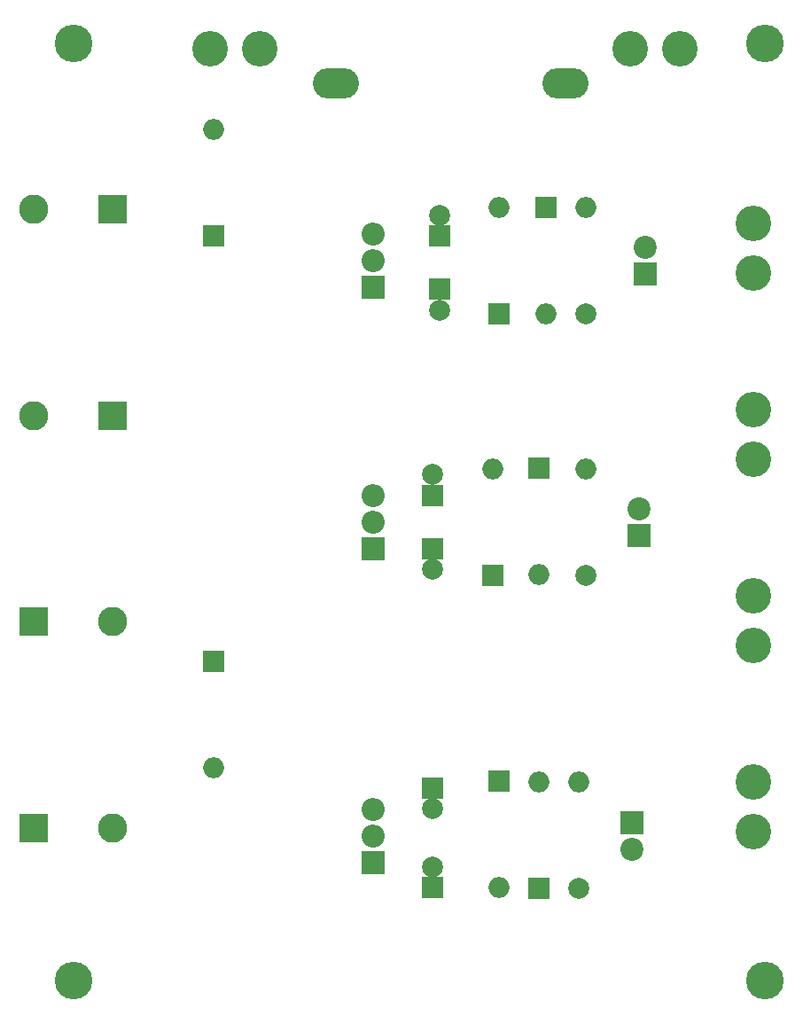
<source format=gbr>
G04 #@! TF.GenerationSoftware,KiCad,Pcbnew,(5.0.0)*
G04 #@! TF.CreationDate,2019-01-08T14:26:09-08:00*
G04 #@! TF.ProjectId,psu_board,7073755F626F6172642E6B696361645F,rev?*
G04 #@! TF.SameCoordinates,Original*
G04 #@! TF.FileFunction,Soldermask,Bot*
G04 #@! TF.FilePolarity,Negative*
%FSLAX46Y46*%
G04 Gerber Fmt 4.6, Leading zero omitted, Abs format (unit mm)*
G04 Created by KiCad (PCBNEW (5.0.0)) date 01/08/19 14:26:09*
%MOMM*%
%LPD*%
G01*
G04 APERTURE LIST*
%ADD10C,3.600000*%
%ADD11C,2.800000*%
%ADD12R,2.800000X2.800000*%
%ADD13C,2.000000*%
%ADD14R,2.000000X2.000000*%
%ADD15O,2.000000X2.000000*%
%ADD16C,2.200000*%
%ADD17R,2.200000X2.200000*%
%ADD18O,2.200000X2.200000*%
%ADD19O,4.400000X2.900000*%
%ADD20C,3.400000*%
G04 APERTURE END LIST*
D10*
G04 #@! TO.C,REF\002A\002A*
X177165000Y-54610000D03*
G04 #@! TD*
G04 #@! TO.C,REF\002A\002A*
X111125000Y-54610000D03*
G04 #@! TD*
G04 #@! TO.C,REF\002A\002A*
X111125000Y-144145000D03*
G04 #@! TD*
G04 #@! TO.C,REF\002A\002A*
X177165000Y-144145000D03*
G04 #@! TD*
D11*
G04 #@! TO.C,C2*
X107315000Y-90170000D03*
D12*
X114815000Y-90170000D03*
G04 #@! TD*
G04 #@! TO.C,C7*
X107315000Y-109855000D03*
D11*
X114815000Y-109855000D03*
G04 #@! TD*
G04 #@! TO.C,C8*
X114815000Y-129540000D03*
D12*
X107315000Y-129540000D03*
G04 #@! TD*
D13*
G04 #@! TO.C,C6*
X146050000Y-71025000D03*
D14*
X146050000Y-73025000D03*
G04 #@! TD*
G04 #@! TO.C,C9*
X145415000Y-135255000D03*
D13*
X145415000Y-133255000D03*
G04 #@! TD*
G04 #@! TO.C,C10*
X145415000Y-127730000D03*
D14*
X145415000Y-125730000D03*
G04 #@! TD*
D11*
G04 #@! TO.C,C1*
X107315000Y-70485000D03*
D12*
X114815000Y-70485000D03*
G04 #@! TD*
D13*
G04 #@! TO.C,C3*
X145415000Y-104870000D03*
D14*
X145415000Y-102870000D03*
G04 #@! TD*
G04 #@! TO.C,C4*
X145415000Y-97790000D03*
D13*
X145415000Y-95790000D03*
G04 #@! TD*
G04 #@! TO.C,C5*
X146050000Y-80105000D03*
D14*
X146050000Y-78105000D03*
G04 #@! TD*
G04 #@! TO.C,D11*
X155575000Y-135295000D03*
D15*
X155575000Y-125135000D03*
G04 #@! TD*
G04 #@! TO.C,D5*
X151765000Y-70332500D03*
D14*
X151765000Y-80492500D03*
G04 #@! TD*
G04 #@! TO.C,D8*
X151765000Y-125095000D03*
D15*
X151765000Y-135255000D03*
G04 #@! TD*
G04 #@! TO.C,D9*
X124460000Y-123825000D03*
D14*
X124460000Y-113665000D03*
G04 #@! TD*
G04 #@! TO.C,D2*
X124460000Y-73025000D03*
D15*
X124460000Y-62865000D03*
G04 #@! TD*
G04 #@! TO.C,D1*
X151130000Y-95270000D03*
D14*
X151130000Y-105430000D03*
G04 #@! TD*
G04 #@! TO.C,D4*
X155575000Y-95230000D03*
D15*
X155575000Y-105390000D03*
G04 #@! TD*
G04 #@! TO.C,D7*
X156210000Y-80452500D03*
D14*
X156210000Y-70292500D03*
G04 #@! TD*
D16*
G04 #@! TO.C,D3*
X165100000Y-99065000D03*
D17*
X165100000Y-101605000D03*
G04 #@! TD*
G04 #@! TO.C,D10*
X164465000Y-129072500D03*
D16*
X164465000Y-131612500D03*
G04 #@! TD*
G04 #@! TO.C,D6*
X165735000Y-74127500D03*
D17*
X165735000Y-76667500D03*
G04 #@! TD*
D15*
G04 #@! TO.C,R1*
X160020000Y-95270000D03*
D13*
X160020000Y-105430000D03*
G04 #@! TD*
G04 #@! TO.C,R2*
X160020000Y-80492500D03*
D15*
X160020000Y-70332500D03*
G04 #@! TD*
G04 #@! TO.C,R3*
X159385000Y-125135000D03*
D13*
X159385000Y-135295000D03*
G04 #@! TD*
D18*
G04 #@! TO.C,U2*
X139700000Y-72852500D03*
X139700000Y-75392500D03*
D17*
X139700000Y-77932500D03*
G04 #@! TD*
G04 #@! TO.C,U3*
X139700000Y-132887500D03*
D18*
X139700000Y-130347500D03*
X139700000Y-127807500D03*
G04 #@! TD*
G04 #@! TO.C,U1*
X139700000Y-97790000D03*
X139700000Y-100330000D03*
D17*
X139700000Y-102870000D03*
G04 #@! TD*
D19*
G04 #@! TO.C,F1*
X158144000Y-58420000D03*
X136144000Y-58420000D03*
G04 #@! TD*
D20*
G04 #@! TO.C,J1*
X169004000Y-55118000D03*
X164244000Y-55118000D03*
G04 #@! TD*
G04 #@! TO.C,J2*
X176022000Y-71788000D03*
X176022000Y-76548000D03*
G04 #@! TD*
G04 #@! TO.C,J3*
X176022000Y-94328000D03*
X176022000Y-89568000D03*
G04 #@! TD*
G04 #@! TO.C,J4*
X176022000Y-107348000D03*
X176022000Y-112108000D03*
G04 #@! TD*
G04 #@! TO.C,J5*
X176022000Y-129888000D03*
X176022000Y-125128000D03*
G04 #@! TD*
G04 #@! TO.C,J6*
X124112000Y-55118000D03*
X128872000Y-55118000D03*
G04 #@! TD*
M02*

</source>
